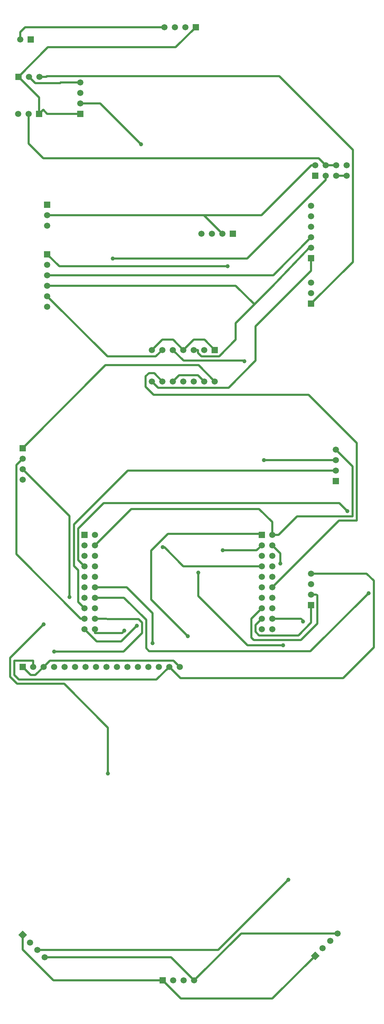
<source format=gbr>
%FSLAX44Y44*%
%MOMM*%
%SFA1B1*%

%IPPOS*%
%AMD13*
4,1,4,-1.059180,0.000000,0.000000,-1.059180,1.059180,0.000000,0.000000,1.059180,-1.059180,0.000000,0.0*
%
%AMD14*
4,1,4,0.000000,1.059180,-1.059180,0.000000,0.000000,-1.059180,1.059180,0.000000,0.000000,1.059180,0.0*
%
%ADD10C,0.499999*%
%ADD11R,1.499997X1.499997*%
%ADD12C,1.499997*%
G04~CAMADD=13~10~0.0~590.5~0.0~0.0~0.0~0.0~0~0.0~0.0~0.0~0.0~0~0.0~0.0~0.0~0.0~0~0.0~0.0~0.0~135.0~590.5~0.0*
%ADD13D13*%
G04~CAMADD=14~10~0.0~590.5~0.0~0.0~0.0~0.0~0~0.0~0.0~0.0~0.0~0~0.0~0.0~0.0~0.0~0~0.0~0.0~0.0~405.0~590.5~0.0*
%ADD14D14*%
%ADD15R,1.499997X1.499997*%
%ADD16R,1.499997X1.499997*%
%ADD17C,1.499997*%
%ADD18C,0.999998*%
%LNpcb1_copper_signal_bot-1*%
%LPD*%
G54D10*
X695213Y859999D02*
X959999D01*
X1003897Y816102*
X1226101*
X1329999Y919999*
X1383880Y973881D02*
X1150081D01*
X1036199Y859999*
X980080Y916118*
X673880*
X655920Y934078D02*
X1094606D01*
X1264666Y1104138*
X827278Y1472721D02*
X720975Y1579023D01*
X606833*
X589999Y1595857*
Y1642067*
X670814Y1722882*
X696199Y1657350D02*
X865378D01*
X909627Y1701599*
Y1727708*
X901700Y1735635*
X854401*
X795399Y1736799*
Y1711399D02*
Y1702054D01*
X861568*
X867156Y1707642*
X897128Y1719514D02*
X859125Y1681512D01*
X799886*
X769999Y1711399*
Y1736799D02*
X761213D01*
X604774Y1893239*
Y2109373*
X619999Y2124599*
Y2099199D02*
X734060Y1985138D01*
Y1789430*
X754888Y1777311D02*
X769999Y1762199D01*
X754888Y1777311D02*
Y1854311D01*
X744999Y1864199*
Y1964999*
X875398Y2095399*
X1379999*
Y2120799D02*
X1205484D01*
X1193800Y2002536D02*
X1225399Y1970935D01*
Y1939999*
X1241044*
X1285998Y1984955*
X1420421*
Y2105776*
X1379999Y2146199*
X1430421Y2162915D02*
X1313688Y2279650D01*
X937768*
X918718Y2298700*
Y2324100*
X926592Y2331974*
X939125*
X959199Y2311899*
X949031Y2296668D02*
X1119886D01*
X1185418Y2362200*
Y2445512*
X1319999Y2580093*
Y2609999*
Y2635399D02*
X1315107D01*
X1225849Y2541457*
X1182674Y2498282*
X1137158Y2543799*
X679999*
Y2569199D02*
X1228399D01*
X1319999Y2660799*
X1421384Y2601383D02*
Y2872486D01*
X1242568Y3051302*
X679196*
X677893Y3049999*
X660799*
X650607Y3034792D02*
X711407D01*
Y3036199D02*
X759999D01*
Y2985399D02*
X808089D01*
X907034Y2886456*
X759999Y2959999D02*
X679998D01*
X669999Y2969999*
X659999Y2959999*
Y2999999*
X609999Y3049999*
X681405Y3121406*
X991405*
X1039999Y3169999*
X963799D02*
X626364D01*
X614599Y3158236*
Y3139999*
X635399Y3049999D02*
X650607Y3034792D01*
X634599Y2959999D02*
Y2888125D01*
X670052Y2852674*
X1338125*
X1355399Y2835399*
X1380799*
Y2809999D02*
X1406199D01*
X1355399D02*
Y2800405D01*
X1164844Y2609850*
X838454*
X679999Y2714599D02*
X1059999D01*
X1104599Y2669999*
X1059999Y2714599D02*
X1199489D01*
X1320289Y2835399*
X1329999*
X1421384Y2601383D02*
X1319999Y2499999D01*
X1182674Y2498282D02*
X1137158Y2452765D01*
Y2413000*
X1097026Y2372868*
X1054100*
X1045718Y2381250*
Y2388099*
X1035399*
X1009999D02*
X1034899Y2413000D01*
X1061299*
X1086199Y2388099*
X1046821Y2351278D02*
X1086199Y2311899D01*
X1060799D02*
X1045551Y2327148D01*
X999847*
X984599Y2311899*
X1046821Y2351278D02*
X821277D01*
X619999Y2149999*
X754999Y1954999D02*
X816758Y2016760D01*
X1388618*
X1407922Y1997456*
X1387355Y1974955D02*
X1430421D01*
Y2162915*
X1387355Y1974955D02*
X1225399Y1812999D01*
X1199999Y1762199D02*
X1174750Y1736949D01*
Y1691132*
X1181100Y1684782*
X1294781*
X1335024Y1725023*
Y1793113*
X1332738Y1795399*
X1319999*
Y1769999D02*
Y1727200D01*
X1289011Y1696212*
X1193800*
X1184910Y1705102*
Y1721709*
X1199999Y1736799*
X1225399D02*
X1295197D01*
X1299999Y1731997*
Y1729999*
X1251966Y1672082D02*
X1165606D01*
X1045972Y1791716*
Y1848104*
X1105916Y1902460D02*
X1187859D01*
X1199999Y1914599*
X1225399D02*
X1245362Y1894637D01*
Y1870202*
X1319999Y1846199D02*
X1454529D01*
X1471930Y1828800*
Y1667002*
X1397762Y1592834*
X1002765*
X975599Y1619999*
X944623Y1589024*
X610975*
X599999Y1599999*
Y1635252*
X645399*
Y1619999*
X619999D02*
X639813Y1600185D01*
X650985*
X670799Y1619999*
X686051Y1635252*
X985747*
X1000999Y1619999*
X927100Y1657858D02*
X1318260D01*
X1459230Y1798828*
X1193800Y2002536D02*
X883335D01*
X795399Y1914599*
X754999Y1954999D02*
Y1878799D01*
X769999Y1863799*
X795399Y1812999D02*
X872263D01*
X935482Y1749782*
Y1677670*
X919734Y1665224D02*
Y1733951D01*
X866085Y1787599*
X795399*
X919734Y1665224D02*
X927100Y1657858D01*
X1020572Y1694688D02*
X931672Y1783588D01*
Y1901671*
X972337Y1942338*
X1197661*
X1199999Y1939999*
Y1863799D02*
X1010209D01*
X964009Y1909999*
X959999*
X949031Y2296668D02*
X933799Y2311899D01*
X984599Y2388099D02*
X1010499Y2362200D01*
X1156208*
X1157732Y2360676*
X985099Y2413000D02*
X1009999Y2388099D01*
X985099Y2413000D02*
X958699D01*
X933799Y2388099*
X943205Y2372106D02*
X959199Y2388099D01*
X943205Y2372106D02*
X826293D01*
X679999Y2518399*
X709199Y2590800D02*
X1117092D01*
X679999Y2619999D02*
X709199Y2590800D01*
X827278Y1472721D02*
Y1361948D01*
X619999Y969999D02*
Y935213D01*
X695213Y859999*
G54D11*
X959999Y859999D03*
X619999Y1619999D03*
X1129999Y2669999D03*
X1329999Y2809999D03*
X1039999Y3169999D03*
X659999Y2959999D03*
X609999Y3049999D03*
X639999Y3139999D03*
G54D12*
X673880Y916118D03*
X655920Y934078D03*
X637960Y952039D03*
X985399Y859999D03*
X1010799D03*
X1036199D03*
X1347960Y937960D03*
X1365920Y955920D03*
X1383880Y973881D03*
X1000999Y1619999D03*
X975599D03*
X950199D03*
X924799D03*
X899399D03*
X873999D03*
X848599D03*
X823199D03*
X797799D03*
X772399D03*
X746999D03*
X721599D03*
X696199D03*
X670799D03*
X645399D03*
X769999Y1711399D03*
Y1736799D03*
X795399D03*
Y1711399D03*
Y1762199D03*
Y1787599D03*
Y1812999D03*
Y1838399D03*
Y1863799D03*
Y1889199D03*
Y1914599D03*
Y1939999D03*
X769999Y1914599D03*
Y1889199D03*
Y1863799D03*
Y1838399D03*
Y1812999D03*
Y1787599D03*
Y1762199D03*
X619999Y2073799D03*
Y2099199D03*
Y2124599D03*
X679999Y2492999D03*
Y2518399D03*
Y2543799D03*
Y2569199D03*
Y2594599D03*
Y2689199D03*
Y2714599D03*
X759999Y2985399D03*
Y3010799D03*
Y3036199D03*
X660799Y3049999D03*
X635399D03*
X634599Y2959999D03*
X609199D03*
X614599Y3139999D03*
X963799Y3169999D03*
X989199D03*
X1014599D03*
X1329999Y2835399D03*
X1355399D03*
Y2809999D03*
X1319999Y2736999D03*
Y2711599D03*
Y2686199D03*
Y2660799D03*
Y2635399D03*
Y2550799D03*
Y2525399D03*
X1104599Y2669999D03*
X1079199D03*
X1053799D03*
X1380799Y2809999D03*
X1406199D03*
Y2835399D03*
X1380799D03*
X1379999Y2146199D03*
Y2120799D03*
Y2095399D03*
X1225399Y1939999D03*
Y1914599D03*
X1199999D03*
Y1889199D03*
X1225399D03*
Y1863799D03*
X1199999D03*
Y1838399D03*
X1225399D03*
Y1812999D03*
X1199999D03*
Y1787599D03*
Y1762199D03*
X1225399D03*
Y1787599D03*
Y1736799D03*
X1199999D03*
Y1711399D03*
X1225399D03*
X1319999Y1795399D03*
Y1820799D03*
Y1846199D03*
G54D13*
X1329999Y919999D03*
G54D14*
X619999Y969999D03*
G54D15*
X1319999Y1769999D03*
X1199999Y1939999D03*
X1379999Y2069999D03*
X1319999Y2499999D03*
Y2609999D03*
X759999Y2959999D03*
X679999Y2739999D03*
Y2619999D03*
X619999Y2149999D03*
X769999Y1939999D03*
G54D16*
X1086199Y2388099D03*
G54D17*
X1060799Y2311899D03*
X1086199D03*
X1060799Y2388099D03*
X1035399D03*
X1009999D03*
X984599D03*
Y2311899D03*
X1009999D03*
X1035399D03*
X959199Y2388099D03*
X933799D03*
Y2311899D03*
X959199D03*
G54D18*
X1264666Y1104138D03*
X827278Y1361948D03*
X935482Y1677670D03*
X1020572Y1694688D03*
X1045972Y1848104D03*
X1105916Y1902460D03*
X1245362Y1870202D03*
X1299999Y1729999D03*
X1251966Y1672082D03*
X1459230Y1798828D03*
X1407922Y1997456D03*
X1205484Y2120799D03*
X1157732Y2360676D03*
X1117092Y2590800D03*
X907034Y2886456D03*
X838454Y2609850D03*
X959999Y1909999D03*
X897128Y1719514D03*
X867156Y1707642D03*
X734060Y1789430D03*
X670814Y1722882D03*
X696199Y1657350D03*
M02*
</source>
